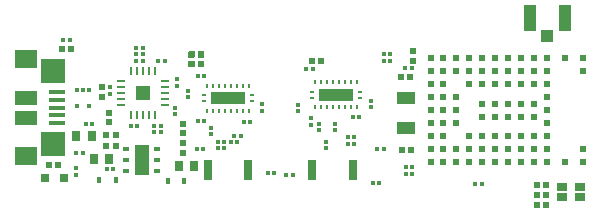
<source format=gtp>
G04*
G04 #@! TF.GenerationSoftware,Altium Limited,Altium Designer,21.6.4 (81)*
G04*
G04 Layer_Color=8421504*
%FSLAX44Y44*%
%MOMM*%
G71*
G04*
G04 #@! TF.SameCoordinates,27B0D74A-EB15-4392-BC8F-D98A40C3D817*
G04*
G04*
G04 #@! TF.FilePolarity,Positive*
G04*
G01*
G75*
%ADD16R,1.2966X1.2965*%
%ADD17R,1.5500X1.0000*%
%ADD18R,2.0000X2.1000*%
%ADD19R,1.9000X1.6000*%
%ADD20R,1.9000X1.2000*%
%ADD21R,1.3500X0.4000*%
%ADD22R,1.0500X2.2000*%
%ADD23R,1.0000X1.0500*%
%ADD24R,0.3000X0.4500*%
%ADD25R,0.4000X0.5000*%
%ADD26R,0.3000X0.3000*%
%ADD27R,0.2500X0.4000*%
%ADD28R,0.4000X0.2500*%
%ADD29R,3.0000X1.0000*%
G04:AMPARAMS|DCode=30|XSize=0.2425mm|YSize=0.7397mm|CornerRadius=0.1212mm|HoleSize=0mm|Usage=FLASHONLY|Rotation=180.000|XOffset=0mm|YOffset=0mm|HoleType=Round|Shape=RoundedRectangle|*
%AMROUNDEDRECTD30*
21,1,0.2425,0.4972,0,0,180.0*
21,1,0.0000,0.7397,0,0,180.0*
1,1,0.2425,0.0000,0.2486*
1,1,0.2425,0.0000,0.2486*
1,1,0.2425,0.0000,-0.2486*
1,1,0.2425,0.0000,-0.2486*
%
%ADD30ROUNDEDRECTD30*%
G04:AMPARAMS|DCode=31|XSize=0.7397mm|YSize=0.2425mm|CornerRadius=0.1212mm|HoleSize=0mm|Usage=FLASHONLY|Rotation=180.000|XOffset=0mm|YOffset=0mm|HoleType=Round|Shape=RoundedRectangle|*
%AMROUNDEDRECTD31*
21,1,0.7397,0.0000,0,0,180.0*
21,1,0.4972,0.2425,0,0,180.0*
1,1,0.2425,-0.2486,0.0000*
1,1,0.2425,0.2486,0.0000*
1,1,0.2425,0.2486,0.0000*
1,1,0.2425,-0.2486,0.0000*
%
%ADD31ROUNDEDRECTD31*%
%ADD32R,0.7397X0.2425*%
%ADD33R,0.6000X0.6000*%
%ADD34R,0.6000X0.6000*%
%ADD35R,0.8000X0.8000*%
%ADD36R,0.8500X0.6500*%
%ADD37R,0.7500X0.9000*%
%ADD38R,0.8000X1.7000*%
%ADD39R,0.6300X0.4500*%
%ADD40R,1.2200X2.6000*%
%ADD41R,0.5500X0.5200*%
%ADD42R,0.5200X0.5500*%
%ADD43R,0.3000X0.3000*%
D16*
X334000Y252504D02*
D03*
D17*
X557000Y248500D02*
D03*
Y222500D02*
D03*
D18*
X258125Y271000D02*
D03*
Y209000D02*
D03*
D19*
X234625Y281000D02*
D03*
Y199000D02*
D03*
D20*
Y248500D02*
D03*
Y231500D02*
D03*
D21*
X261375Y227000D02*
D03*
Y240000D02*
D03*
Y233500D02*
D03*
Y253000D02*
D03*
Y246500D02*
D03*
D22*
X661750Y316000D02*
D03*
X691250D02*
D03*
D23*
X676500Y301000D02*
D03*
D24*
X288000Y241500D02*
D03*
X283000Y255000D02*
D03*
X288000D02*
D03*
X278000D02*
D03*
Y241500D02*
D03*
D25*
X311000Y179000D02*
D03*
X297000D02*
D03*
X369000Y178000D02*
D03*
X355000D02*
D03*
D26*
X543250Y285500D02*
D03*
Y280000D02*
D03*
X266650Y297400D02*
D03*
X272150D02*
D03*
X556250Y273500D02*
D03*
X561750D02*
D03*
X385250Y205000D02*
D03*
X379750D02*
D03*
X615250Y175500D02*
D03*
X620750D02*
D03*
X534000Y176000D02*
D03*
X528500D02*
D03*
X532250Y205000D02*
D03*
X537750D02*
D03*
X380500Y228500D02*
D03*
X386000D02*
D03*
X386000Y267000D02*
D03*
X380500D02*
D03*
X477600Y272700D02*
D03*
X472100D02*
D03*
X372000Y248750D02*
D03*
Y254250D02*
D03*
X391500Y223250D02*
D03*
Y217750D02*
D03*
X397500Y211286D02*
D03*
Y205786D02*
D03*
X403000Y211250D02*
D03*
Y205750D02*
D03*
X435000Y243050D02*
D03*
Y237550D02*
D03*
X556750Y184332D02*
D03*
Y189832D02*
D03*
X483000Y226500D02*
D03*
Y221000D02*
D03*
X496500Y226450D02*
D03*
Y220950D02*
D03*
X527000Y240500D02*
D03*
Y246000D02*
D03*
X562250Y184332D02*
D03*
Y189832D02*
D03*
X465000Y237100D02*
D03*
Y242600D02*
D03*
X489000Y211250D02*
D03*
Y205750D02*
D03*
X303250Y188000D02*
D03*
X308750D02*
D03*
X283050Y201500D02*
D03*
X277550D02*
D03*
X285750Y226500D02*
D03*
X291250D02*
D03*
X361500Y240250D02*
D03*
Y234750D02*
D03*
X334500Y280030D02*
D03*
Y285530D02*
D03*
X328500Y280030D02*
D03*
Y285530D02*
D03*
X362500Y258750D02*
D03*
Y264250D02*
D03*
X328500Y291030D02*
D03*
Y285530D02*
D03*
X334500Y291030D02*
D03*
Y285530D02*
D03*
X537750Y280000D02*
D03*
Y285500D02*
D03*
D27*
X413500Y237500D02*
D03*
X408500D02*
D03*
X388500Y258500D02*
D03*
X393500Y237500D02*
D03*
X398500Y258500D02*
D03*
X393500D02*
D03*
X418500D02*
D03*
X403500Y237500D02*
D03*
X408500Y258500D02*
D03*
X413500D02*
D03*
X398500Y237500D02*
D03*
X403500Y258500D02*
D03*
X423500Y237500D02*
D03*
X418500D02*
D03*
X423500Y258500D02*
D03*
X388500Y237500D02*
D03*
X505000Y240500D02*
D03*
X510000Y261500D02*
D03*
X500000Y240500D02*
D03*
X510000D02*
D03*
X505000Y261500D02*
D03*
X485000Y240500D02*
D03*
X490000Y261500D02*
D03*
Y240500D02*
D03*
X495000Y261500D02*
D03*
Y240500D02*
D03*
X500000Y261500D02*
D03*
X480000D02*
D03*
X485000D02*
D03*
X515000D02*
D03*
Y240500D02*
D03*
X480000D02*
D03*
D28*
X426500Y250500D02*
D03*
X385500Y245500D02*
D03*
Y250500D02*
D03*
X426500Y245500D02*
D03*
X477000Y248500D02*
D03*
X518000Y253500D02*
D03*
X477000D02*
D03*
X518000Y248500D02*
D03*
D29*
X406000Y248000D02*
D03*
X497500Y251000D02*
D03*
D30*
X324000Y233845D02*
D03*
X339000Y271155D02*
D03*
X344000Y233845D02*
D03*
X324000Y271155D02*
D03*
X339000Y233845D02*
D03*
X329000Y271155D02*
D03*
X334000D02*
D03*
X329000Y233845D02*
D03*
X344000Y271155D02*
D03*
X334000Y233845D02*
D03*
D31*
X315345Y242500D02*
D03*
Y247500D02*
D03*
X352655Y262500D02*
D03*
Y247500D02*
D03*
X315345Y257500D02*
D03*
Y262500D02*
D03*
Y252500D02*
D03*
X352655D02*
D03*
Y257500D02*
D03*
D32*
Y242500D02*
D03*
D33*
X632500Y282000D02*
D03*
Y271000D02*
D03*
X599500D02*
D03*
Y249000D02*
D03*
X588500D02*
D03*
X632500Y205000D02*
D03*
X610500D02*
D03*
X654500Y216000D02*
D03*
X610500Y194000D02*
D03*
X621500Y205000D02*
D03*
X643500Y260000D02*
D03*
X599500Y194000D02*
D03*
X588500Y216000D02*
D03*
X577500Y227000D02*
D03*
X588500Y194000D02*
D03*
X599500Y205000D02*
D03*
X577500Y238000D02*
D03*
X621500Y260000D02*
D03*
X665500Y282000D02*
D03*
X610500Y271000D02*
D03*
X665500Y194000D02*
D03*
X643500Y271000D02*
D03*
Y282000D02*
D03*
X632500Y260000D02*
D03*
X621500Y271000D02*
D03*
Y282000D02*
D03*
X676500D02*
D03*
X599500D02*
D03*
X610500D02*
D03*
X621500Y216000D02*
D03*
X632500D02*
D03*
X654500Y205000D02*
D03*
Y194000D02*
D03*
X643500D02*
D03*
X665500Y205000D02*
D03*
X632500Y194000D02*
D03*
X621500D02*
D03*
X577500Y205000D02*
D03*
X588500Y227000D02*
D03*
X577500Y216000D02*
D03*
X599500Y227000D02*
D03*
X610500Y216000D02*
D03*
X643500Y205000D02*
D03*
Y216000D02*
D03*
X654500Y271000D02*
D03*
X665500D02*
D03*
X706500Y282000D02*
D03*
X691500D02*
D03*
X577500D02*
D03*
X706500Y271000D02*
D03*
X676500D02*
D03*
Y260000D02*
D03*
Y249000D02*
D03*
X588500Y271000D02*
D03*
X676500Y238000D02*
D03*
Y227000D02*
D03*
X632500Y243500D02*
D03*
X621500D02*
D03*
X632500Y232500D02*
D03*
X621500D02*
D03*
X706500Y205000D02*
D03*
Y194000D02*
D03*
X691500D02*
D03*
X676500Y216000D02*
D03*
Y205000D02*
D03*
X588500D02*
D03*
X577500Y194000D02*
D03*
X654500Y282000D02*
D03*
X577500Y271000D02*
D03*
Y260000D02*
D03*
X588500D02*
D03*
X643500Y232500D02*
D03*
X665500D02*
D03*
X676500Y194000D02*
D03*
X665500Y216000D02*
D03*
X588500Y238000D02*
D03*
X599500D02*
D03*
X643500Y243500D02*
D03*
X577500Y249000D02*
D03*
X610500Y260000D02*
D03*
X654500D02*
D03*
X665500D02*
D03*
X588500Y282000D02*
D03*
X665500Y243500D02*
D03*
D34*
X654500D02*
D03*
Y232500D02*
D03*
D35*
X251500Y181000D02*
D03*
X267500D02*
D03*
D36*
X689250Y164750D02*
D03*
Y173250D02*
D03*
X703750D02*
D03*
Y164750D02*
D03*
D37*
X290500Y216500D02*
D03*
X277500D02*
D03*
X364500Y191000D02*
D03*
X377500D02*
D03*
X305500Y197000D02*
D03*
X292500D02*
D03*
D38*
X389000Y187000D02*
D03*
X423000D02*
D03*
X477500D02*
D03*
X511500D02*
D03*
D39*
X319500Y205500D02*
D03*
X346300D02*
D03*
X319500Y186500D02*
D03*
X346300D02*
D03*
Y196000D02*
D03*
X319500D02*
D03*
D40*
X332900D02*
D03*
D41*
X299000Y249500D02*
D03*
Y257500D02*
D03*
X563000Y288000D02*
D03*
Y280000D02*
D03*
X305000Y228000D02*
D03*
Y236000D02*
D03*
X375000Y285000D02*
D03*
Y277000D02*
D03*
X383500D02*
D03*
Y285000D02*
D03*
X368000Y202000D02*
D03*
Y210000D02*
D03*
Y226700D02*
D03*
Y218700D02*
D03*
D42*
X552500Y266000D02*
D03*
X560500D02*
D03*
X553000Y204500D02*
D03*
X561000D02*
D03*
X675500Y166500D02*
D03*
X667500D02*
D03*
X675500Y158000D02*
D03*
X667500D02*
D03*
X254400Y191700D02*
D03*
X262400D02*
D03*
X675500Y175000D02*
D03*
X667500D02*
D03*
X311000Y208000D02*
D03*
X303000D02*
D03*
X311000Y217000D02*
D03*
X303000D02*
D03*
X383500Y276750D02*
D03*
X375500D02*
D03*
X375500Y285250D02*
D03*
X383500D02*
D03*
X265500Y289500D02*
D03*
X273500D02*
D03*
X476800Y279800D02*
D03*
X484800D02*
D03*
D43*
X277000Y189000D02*
D03*
Y183500D02*
D03*
X476500Y225750D02*
D03*
Y231250D02*
D03*
X439750Y185000D02*
D03*
X445250D02*
D03*
X408250Y211000D02*
D03*
X413750D02*
D03*
X411250Y216400D02*
D03*
X416750D02*
D03*
X419350Y227600D02*
D03*
X424850D02*
D03*
X507250Y209500D02*
D03*
X512750D02*
D03*
X507250Y215000D02*
D03*
X512750D02*
D03*
X511500Y232500D02*
D03*
X517000D02*
D03*
X562250Y189832D02*
D03*
X556750D02*
D03*
Y184332D02*
D03*
X562250D02*
D03*
X460750Y183500D02*
D03*
X455250D02*
D03*
X306000Y252000D02*
D03*
Y257500D02*
D03*
X329000Y225000D02*
D03*
X323500D02*
D03*
X349000D02*
D03*
X343500D02*
D03*
X347000Y280030D02*
D03*
X352500D02*
D03*
X343500Y219500D02*
D03*
X349000D02*
D03*
X537750Y280000D02*
D03*
X543250D02*
D03*
Y285500D02*
D03*
X537750D02*
D03*
M02*

</source>
